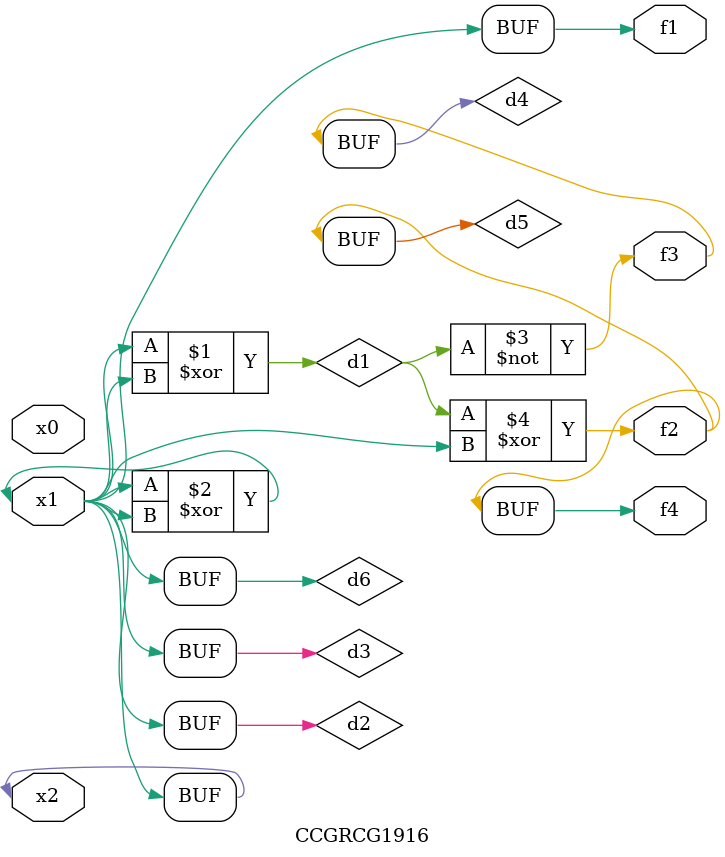
<source format=v>
module CCGRCG1916(
	input x0, x1, x2,
	output f1, f2, f3, f4
);

	wire d1, d2, d3, d4, d5, d6;

	xor (d1, x1, x2);
	buf (d2, x1, x2);
	xor (d3, x1, x2);
	nor (d4, d1);
	xor (d5, d1, d2);
	buf (d6, d2, d3);
	assign f1 = d6;
	assign f2 = d5;
	assign f3 = d4;
	assign f4 = d5;
endmodule

</source>
